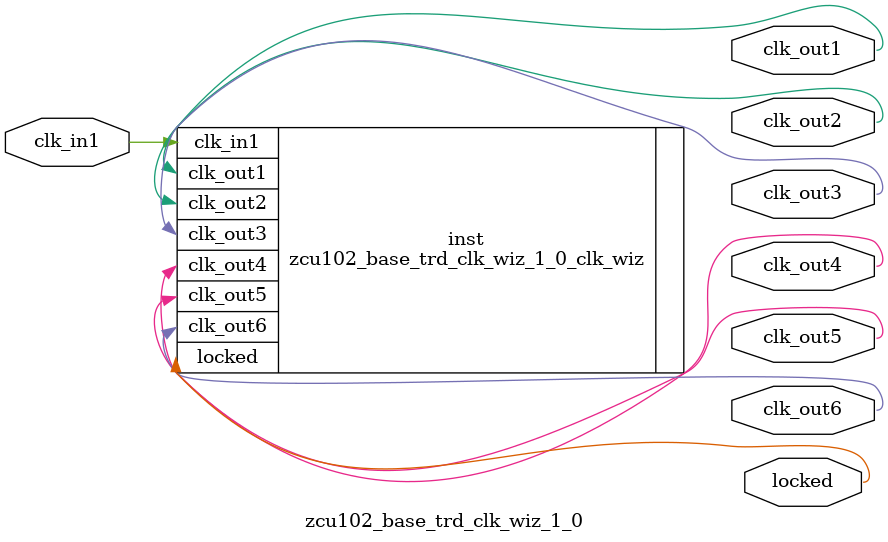
<source format=v>


`timescale 1ps/1ps

(* CORE_GENERATION_INFO = "zcu102_base_trd_clk_wiz_1_0,clk_wiz_v6_0_2_0_0,{component_name=zcu102_base_trd_clk_wiz_1_0,use_phase_alignment=true,use_min_o_jitter=false,use_max_i_jitter=false,use_dyn_phase_shift=false,use_inclk_switchover=false,use_dyn_reconfig=false,enable_axi=0,feedback_source=FDBK_AUTO,PRIMITIVE=MMCM,num_out_clk=6,clkin1_period=20.002,clkin2_period=10.0,use_power_down=false,use_reset=false,use_locked=true,use_inclk_stopped=false,feedback_type=SINGLE,CLOCK_MGR_TYPE=NA,manual_override=false}" *)

module zcu102_base_trd_clk_wiz_1_0 
 (
  // Clock out ports
  output        clk_out1,
  output        clk_out2,
  output        clk_out3,
  output        clk_out4,
  output        clk_out5,
  output        clk_out6,
  // Status and control signals
  output        locked,
 // Clock in ports
  input         clk_in1
 );

  zcu102_base_trd_clk_wiz_1_0_clk_wiz inst
  (
  // Clock out ports  
  .clk_out1(clk_out1),
  .clk_out2(clk_out2),
  .clk_out3(clk_out3),
  .clk_out4(clk_out4),
  .clk_out5(clk_out5),
  .clk_out6(clk_out6),
  // Status and control signals               
  .locked(locked),
 // Clock in ports
  .clk_in1(clk_in1)
  );

endmodule

</source>
